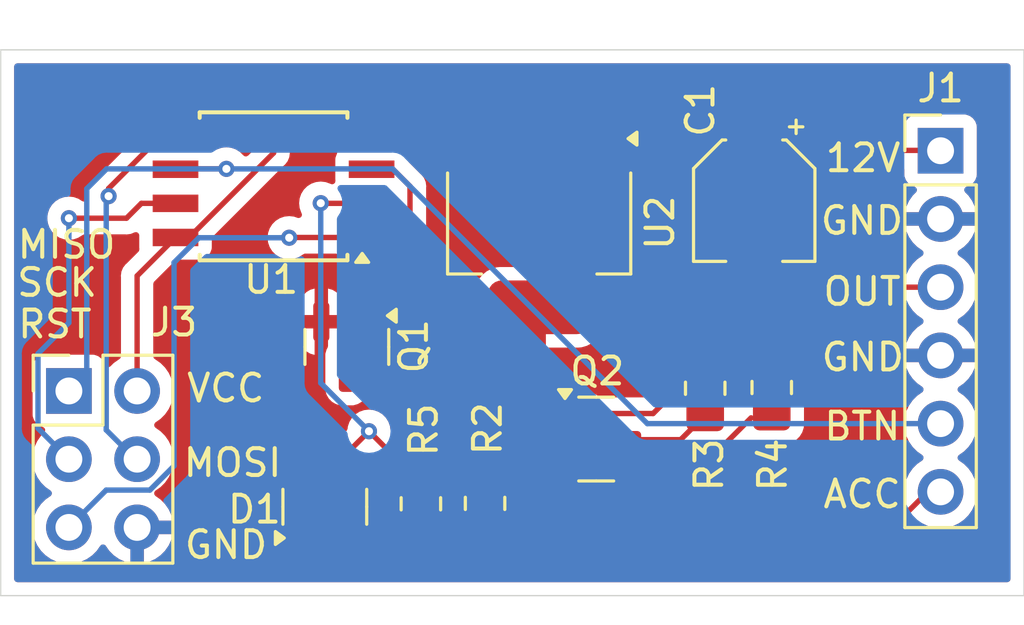
<source format=kicad_pcb>
(kicad_pcb (version 20221018) (generator pcbnew)
  (layers (0 "F.Cu" signal) (31 "B.Cu" signal) (34 "B.Paste" user) (35 "F.Paste" user) (36 "B.SilkS" user "B.Silkscreen") (37 "F.SilkS" user "F.Silkscreen") (38 "B.Mask" user) (39 "F.Mask" user) (44 "Edge.Cuts" user))
  (net 0 "")
  (net 1 "Net-(D1-K)")
  (net 3 "GND")
  (net 4 "Net-(Q1-C)")
  (net 5 "Net-(Q2-S)")
  (net 6 "+12V")
  (net 7 "ACC OUT")
  (net 8 "BTN")
  (net 9 "ACC IN")
  (net 10 "Net-(J3-Pin_3)")
  (net 11 "Net-(J3-Pin_4)")
  (net 12 "Net-(J3-Pin_5)")
  (net 13 "Net-(Q1-B)")
  (net 14 "3V3")
  (footprint "Resistor_SMD:R_0805_2012Metric_Pad1.20x1.40mm_HandSolder" (layer "F.Cu") (at 140.531715 83.71938 90)
    (fp_text reference "R3" (at -2.853358 0.142424 90) (layer "F.SilkS"))
    (fp_text value "20k")
    (fp_line (start -0.227064 -0.735) (end 0.227064 -0.735) (stroke (width 0.12)) (layer "F.SilkS"))
    (fp_line (start -0.227064 0.735) (end 0.227064 0.735) (stroke (width 0.12)) (layer "F.SilkS"))
    (pad "1" smd roundrect (at -1 0 90) (size 1.2 1.4) (layers "F.Cu" "F.Paste" "F.Mask") (roundrect_rratio 0.2083333333) (net 6 "+12V"))
    (pad "2" smd roundrect (at 1 0 90) (size 1.2 1.4) (layers "F.Cu" "F.Paste" "F.Mask") (roundrect_rratio 0.2083333333) (net 4 "Net-(Q1-C)"))
  )
  (footprint "Resistor_SMD:R_0805_2012Metric_Pad1.20x1.40mm_HandSolder" (layer "F.Cu") (at 143.008383 83.690738 90)
    (fp_text reference "R4" (at -2.882405 0.034034 90) (layer "F.SilkS"))
    (fp_text value "10")
    (fp_line (start -0.227064 -0.735) (end 0.227064 -0.735) (stroke (width 0.12)) (layer "F.SilkS"))
    (fp_line (start -0.227064 0.735) (end 0.227064 0.735) (stroke (width 0.12)) (layer "F.SilkS"))
    (pad "1" smd roundrect (at -1 0 90) (size 1.2 1.4) (layers "F.Cu" "F.Paste" "F.Mask") (roundrect_rratio 0.2083333333) (net 5 "Net-(Q2-S)"))
    (pad "2" smd roundrect (at 1 0 90) (size 1.2 1.4) (layers "F.Cu" "F.Paste" "F.Mask") (roundrect_rratio 0.2083333333) (net 7 "ACC OUT"))
  )
  (footprint "Package_SO:SOIC-8W_5.3x5.3mm_P1.27mm" (layer "F.Cu") (at 124.46 76.2 180)
    (fp_text reference "U1" (at 0.090458 -3.47474) (layer "F.SilkS"))
    (fp_text value "ATtiny85-20S")
    (fp_line (start -2.75 -2.755) (end -2.75 -2.55) (stroke (width 0.15)) (layer "F.SilkS"))
    (fp_line (start -2.75 -2.755) (end 2.75 -2.755) (stroke (width 0.15)) (layer "F.SilkS"))
    (fp_line (start -2.75 2.755) (end -2.75 2.55) (stroke (width 0.15)) (layer "F.SilkS"))
    (fp_line (start -2.75 2.755) (end 2.75 2.755) (stroke (width 0.15)) (layer "F.SilkS"))
    (fp_line (start 2.75 -2.755) (end 2.75 -2.55) (stroke (width 0.15)) (layer "F.SilkS"))
    (fp_line (start 2.75 2.755) (end 2.75 2.55) (stroke (width 0.15)) (layer "F.SilkS"))
    (fp_poly (pts (xy -3.3 -2.5) (xy -3.54 -2.83) (xy -3.06 -2.83) (xy -3.3 -2.5)) (stroke (width 0.12)) (fill solid) (layer "F.SilkS"))
    (pad "1" smd rect (at -3.65 -1.905 180) (size 1.7 0.65) (layers "F.Cu" "F.Paste" "F.Mask") (net 12 "Net-(J3-Pin_5)"))
    (pad "2" smd rect (at -3.65 -0.635 180) (size 1.7 0.65) (layers "F.Cu" "F.Paste" "F.Mask") (net 1 "Net-(D1-K)"))
    (pad "3" smd rect (at -3.65 0.635 180) (size 1.7 0.65) (layers "F.Cu" "F.Paste" "F.Mask") (net 13 "Net-(Q1-B)"))
    (pad "4" smd rect (at -3.65 1.905 180) (size 1.7 0.65) (layers "F.Cu" "F.Paste" "F.Mask") (net 3 "GND"))
    (pad "5" smd rect (at 3.65 1.905 180) (size 1.7 0.65) (layers "F.Cu" "F.Paste" "F.Mask") (net 11 "Net-(J3-Pin_4)"))
    (pad "6" smd rect (at 3.65 0.635 180) (size 1.7 0.65) (layers "F.Cu" "F.Paste" "F.Mask") (net 8 "BTN"))
    (pad "7" smd rect (at 3.65 -0.635 180) (size 1.7 0.65) (layers "F.Cu" "F.Paste" "F.Mask") (net 10 "Net-(J3-Pin_3)"))
    (pad "8" smd rect (at 3.65 -1.905 180) (size 1.7 0.65) (layers "F.Cu" "F.Paste" "F.Mask") (net 14 "3V3"))
  )
  (footprint "Connector_PinHeader_2.54mm:PinHeader_1x06_P2.54mm_Vertical" (layer "F.Cu") (at 149.294416 74.876039)
    (fp_text reference "J1" (at 0 -2.33) (layer "F.SilkS"))
    (fp_text value "Conn_01x07_Pin" hide)
    (fp_line (start -1.33 -1.33) (end 0 -1.33) (stroke (width 0.12)) (layer "F.SilkS"))
    (fp_line (start -1.33 0) (end -1.33 -1.33) (stroke (width 0.12)) (layer "F.SilkS"))
    (fp_line (start -1.33 1.27) (end -1.33 14.03) (stroke (width 0.12)) (layer "F.SilkS"))
    (fp_line (start -1.33 1.27) (end 1.33 1.27) (stroke (width 0.12)) (layer "F.SilkS"))
    (fp_line (start -1.33 14.03) (end 1.33 14.03) (stroke (width 0.12)) (layer "F.SilkS"))
    (fp_line (start 1.33 1.27) (end 1.33 14.03) (stroke (width 0.12)) (layer "F.SilkS"))
    (pad "1" thru_hole rect (at 0 0) (size 1.7 1.7) (drill 1) (layers "*.Cu" "*.Mask") (net 6 "+12V"))
    (pad "2" thru_hole oval (at 0 2.54) (size 1.7 1.7) (drill 1) (layers "*.Cu" "*.Mask") (net 3 "GND"))
    (pad "3" thru_hole oval (at 0 5.08) (size 1.7 1.7) (drill 1) (layers "*.Cu" "*.Mask") (net 7 "ACC OUT"))
    (pad "4" thru_hole oval (at 0 7.62) (size 1.7 1.7) (drill 1) (layers "*.Cu" "*.Mask") (net 3 "GND"))
    (pad "5" thru_hole oval (at 0 10.16) (size 1.7 1.7) (drill 1) (layers "*.Cu" "*.Mask") (net 8 "BTN"))
    (pad "6" thru_hole oval (at 0 12.7) (size 1.7 1.7) (drill 1) (layers "*.Cu" "*.Mask") (net 9 "ACC IN"))
  )
  (footprint "Connector_PinHeader_2.54mm:PinHeader_2x03_P2.54mm_Vertical" (layer "F.Cu") (at 116.84 83.82)
    (fp_text reference "J3" (at 3.914726 -2.55613) (layer "F.SilkS"))
    (fp_text value "Conn_02x03_Odd_Even" hide)
    (fp_line (start -1.33 -1.33) (end 0 -1.33) (stroke (width 0.12)) (layer "F.SilkS"))
    (fp_line (start -1.33 0) (end -1.33 -1.33) (stroke (width 0.12)) (layer "F.SilkS"))
    (fp_line (start -1.33 1.27) (end -1.33 6.41) (stroke (width 0.12)) (layer "F.SilkS"))
    (fp_line (start -1.33 1.27) (end 1.27 1.27) (stroke (width 0.12)) (layer "F.SilkS"))
    (fp_line (start -1.33 6.41) (end 3.87 6.41) (stroke (width 0.12)) (layer "F.SilkS"))
    (fp_line (start 1.27 -1.33) (end 3.87 -1.33) (stroke (width 0.12)) (layer "F.SilkS"))
    (fp_line (start 1.27 1.27) (end 1.27 -1.33) (stroke (width 0.12)) (layer "F.SilkS"))
    (fp_line (start 3.87 -1.33) (end 3.87 6.41) (stroke (width 0.12)) (layer "F.SilkS"))
    (pad "1" thru_hole rect (at 0 0) (size 1.7 1.7) (drill 1) (layers "*.Cu" "*.Mask") (net 8 "BTN"))
    (pad "2" thru_hole oval (at 2.54 0) (size 1.7 1.7) (drill 1) (layers "*.Cu" "*.Mask") (net 14 "3V3"))
    (pad "3" thru_hole oval (at 0 2.54) (size 1.7 1.7) (drill 1) (layers "*.Cu" "*.Mask") (net 10 "Net-(J3-Pin_3)"))
    (pad "4" thru_hole oval (at 2.54 2.54) (size 1.7 1.7) (drill 1) (layers "*.Cu" "*.Mask") (net 11 "Net-(J3-Pin_4)"))
    (pad "5" thru_hole oval (at 0 5.08) (size 1.7 1.7) (drill 1) (layers "*.Cu" "*.Mask") (net 12 "Net-(J3-Pin_5)"))
    (pad "6" thru_hole oval (at 2.54 5.08) (size 1.7 1.7) (drill 1) (layers "*.Cu" "*.Mask") (net 3 "GND"))
  )
  (footprint "Capacitor_SMD:CP_Elec_4x5.8" (layer "F.Cu") (at 142.356231 76.735137 -90)
    (fp_text reference "C1" (at -3.36346 2.008782 90) (layer "F.SilkS"))
    (fp_text value "4.7uF")
    (fp_line (start -3 -1.56) (end -2.5 -1.56) (stroke (width 0.12)) (layer "F.SilkS"))
    (fp_line (start -2.75 -1.81) (end -2.75 -1.31) (stroke (width 0.12)) (layer "F.SilkS"))
    (fp_line (start -2.26 -1.195563) (end -2.26 -1.06) (stroke (width 0.12)) (layer "F.SilkS"))
    (fp_line (start -2.26 -1.195563) (end -1.195563 -2.26) (stroke (width 0.12)) (layer "F.SilkS"))
    (fp_line (start -2.26 1.195563) (end -2.26 1.06) (stroke (width 0.12)) (layer "F.SilkS"))
    (fp_line (start -2.26 1.195563) (end -1.195563 2.26) (stroke (width 0.12)) (layer "F.SilkS"))
    (fp_line (start -1.195563 -2.26) (end 2.26 -2.26) (stroke (width 0.12)) (layer "F.SilkS"))
    (fp_line (start -1.195563 2.26) (end 2.26 2.26) (stroke (width 0.12)) (layer "F.SilkS"))
    (fp_line (start 2.26 -2.26) (end 2.26 -1.06) (stroke (width 0.12)) (layer "F.SilkS"))
    (fp_line (start 2.26 2.26) (end 2.26 1.06) (stroke (width 0.12)) (layer "F.SilkS"))
    (pad "1" smd roundrect (at -1.8 0 270) (size 2.6 1.6) (layers "F.Cu" "F.Paste" "F.Mask") (roundrect_rratio 0.15625) (net 6 "+12V"))
    (pad "2" smd roundrect (at 1.8 0 270) (size 2.6 1.6) (layers "F.Cu" "F.Paste" "F.Mask") (roundrect_rratio 0.15625) (net 3 "GND"))
  )
  (footprint "Package_TO_SOT_SMD:SOT-223-3_TabPin2" (layer "F.Cu") (at 134.349 77.5552 -90)
    (fp_text reference "U2" (at 0 -4.5 90) (layer "F.SilkS"))
    (fp_text value "MCP1703Ax-330xxDB")
    (fp_line (start -1.85 -3.41) (end 1.91 -3.41) (stroke (width 0.12)) (layer "F.SilkS"))
    (fp_line (start -1.85 3.41) (end 1.91 3.41) (stroke (width 0.12)) (layer "F.SilkS"))
    (fp_line (start 1.91 -3.41) (end 1.91 -2.15) (stroke (width 0.12)) (layer "F.SilkS"))
    (fp_line (start 1.91 3.41) (end 1.91 2.15) (stroke (width 0.12)) (layer "F.SilkS"))
    (fp_poly (pts (xy -3.13 -3.31) (xy -3.37 -3.64) (xy -2.89 -3.64) (xy -3.13 -3.31)) (stroke (width 0.12)) (fill solid) (layer "F.SilkS"))
    (pad "1" smd roundrect (at -3.15 -2.3 270) (size 2 1.5) (layers "F.Cu" "F.Paste" "F.Mask") (net 6 "+12V"))
    (pad "2" smd roundrect (at -3.15 0 270) (size 2 1.5) (layers "F.Cu" "F.Paste" "F.Mask") (net 3 "GND"))
    (pad "2" smd roundrect (at 3.15 0 270) (size 2 3.8) (layers "F.Cu" "F.Paste" "F.Mask") (net 3 "GND"))
    (pad "3" smd roundrect (at -3.15 2.3 270) (size 2 1.5) (layers "F.Cu" "F.Paste" "F.Mask") (net 14 "3V3"))
  )
  (footprint "Package_TO_SOT_SMD:SOT-23" (layer "F.Cu") (at 126.368477 88.131768 90)
    (fp_text reference "D1" (at -0.096847 -2.622358 180) (layer "F.SilkS"))
    (fp_text value "BZX84C3V3")
    (fp_line (start 0 -1.56) (end -0.65 -1.56) (stroke (width 0.12)) (layer "F.SilkS"))
    (fp_line (start 0 -1.56) (end 0.65 -1.56) (stroke (width 0.12)) (layer "F.SilkS"))
    (fp_line (start 0 1.56) (end -0.65 1.56) (stroke (width 0.12)) (layer "F.SilkS"))
    (fp_line (start 0 1.56) (end 0.65 1.56) (stroke (width 0.12)) (layer "F.SilkS"))
    (fp_poly (pts (xy -1.1625 -1.51) (xy -1.4025 -1.84) (xy -0.9225 -1.84) (xy -1.1625 -1.51)) (stroke (width 0.12)) (fill solid) (layer "F.SilkS"))
    (pad "1" smd roundrect (at -0.9375 -0.95 90) (size 1.475 0.6) (layers "F.Cu" "F.Paste" "F.Mask") (net 3 "GND"))
    (pad "2" smd roundrect (at -0.9375 0.95 90) (size 1.475 0.6) (layers "F.Cu" "F.Paste" "F.Mask"))
    (pad "3" smd roundrect (at 0.9375 0 90) (size 1.475 0.6) (layers "F.Cu" "F.Paste" "F.Mask") (net 1 "Net-(D1-K)"))
  )
  (footprint "Package_TO_SOT_SMD:SOT-23" (layer "F.Cu") (at 136.472981 85.609946)
    (fp_text reference "Q2" (at 0.038461 -2.527295) (layer "F.SilkS"))
    (fp_text value "BSS83P")
    (fp_line (start 0 -1.56) (end -0.65 -1.56) (stroke (width 0.12)) (layer "F.SilkS"))
    (fp_line (start 0 -1.56) (end 0.65 -1.56) (stroke (width 0.12)) (layer "F.SilkS"))
    (fp_line (start 0 1.56) (end -0.65 1.56) (stroke (width 0.12)) (layer "F.SilkS"))
    (fp_line (start 0 1.56) (end 0.65 1.56) (stroke (width 0.12)) (layer "F.SilkS"))
    (fp_poly (pts (xy -1.1625 -1.51) (xy -1.4025 -1.84) (xy -0.9225 -1.84) (xy -1.1625 -1.51)) (stroke (width 0.12)) (fill solid) (layer "F.SilkS"))
    (pad "1" smd roundrect (at -0.9375 -0.95) (size 1.475 0.6) (layers "F.Cu" "F.Paste" "F.Mask") (net 4 "Net-(Q1-C)"))
    (pad "2" smd roundrect (at -0.9375 0.95) (size 1.475 0.6) (layers "F.Cu" "F.Paste" "F.Mask") (net 5 "Net-(Q2-S)"))
    (pad "3" smd roundrect (at 0.9375 0) (size 1.475 0.6) (layers "F.Cu" "F.Paste" "F.Mask") (net 6 "+12V"))
  )
  (footprint "Resistor_SMD:R_0805_2012Metric_Pad1.20x1.40mm_HandSolder" (layer "F.Cu") (at 132.334995 88.006004 90)
    (fp_text reference "R2" (at 2.781647 0.093628 90) (layer "F.SilkS"))
    (fp_text value "1.5k")
    (fp_line (start -0.227064 -0.735) (end 0.227064 -0.735) (stroke (width 0.12)) (layer "F.SilkS"))
    (fp_line (start -0.227064 0.735) (end 0.227064 0.735) (stroke (width 0.12)) (layer "F.SilkS"))
    (pad "1" smd roundrect (at -1 0 90) (size 1.2 1.4) (layers "F.Cu" "F.Paste" "F.Mask") (roundrect_rratio 0.2083333333) (net 9 "ACC IN"))
    (pad "2" smd roundrect (at 1 0 90) (size 1.2 1.4) (layers "F.Cu" "F.Paste" "F.Mask") (roundrect_rratio 0.2083333333) (net 1 "Net-(D1-K)"))
  )
  (footprint "Resistor_SMD:R_0805_2012Metric_Pad1.20x1.40mm_HandSolder" (layer "F.Cu") (at 129.945492 88.020486 -90)
    (fp_text reference "R5" (at -2.752303 -0.101372 90) (layer "F.SilkS"))
    (fp_text value "20k")
    (fp_line (start -0.227064 -0.735) (end 0.227064 -0.735) (stroke (width 0.12)) (layer "F.SilkS"))
    (fp_line (start -0.227064 0.735) (end 0.227064 0.735) (stroke (width 0.12)) (layer "F.SilkS"))
    (pad "1" smd roundrect (at -1 0 270) (size 1.2 1.4) (layers "F.Cu" "F.Paste" "F.Mask") (roundrect_rratio 0.2083333333) (net 1 "Net-(D1-K)"))
    (pad "2" smd roundrect (at 1 0 270) (size 1.2 1.4) (layers "F.Cu" "F.Paste" "F.Mask") (roundrect_rratio 0.2083333333) (net 3 "GND"))
  )
  (footprint "Package_TO_SOT_SMD:SOT-23" (layer "F.Cu") (at 127.18814 82.179732 -90)
    (fp_text reference "Q1" (at -0.024956 -2.490409 90) (layer "F.SilkS"))
    (fp_text value "BRC108")
    (fp_line (start 0 -1.56) (end -0.65 -1.56) (stroke (width 0.12)) (layer "F.SilkS"))
    (fp_line (start 0 -1.56) (end 0.65 -1.56) (stroke (width 0.12)) (layer "F.SilkS"))
    (fp_line (start 0 1.56) (end -0.65 1.56) (stroke (width 0.12)) (layer "F.SilkS"))
    (fp_line (start 0 1.56) (end 0.65 1.56) (stroke (width 0.12)) (layer "F.SilkS"))
    (fp_poly (pts (xy -1.1625 -1.51) (xy -1.4025 -1.84) (xy -0.9225 -1.84) (xy -1.1625 -1.51)) (stroke (width 0.12)) (fill solid) (layer "F.SilkS"))
    (pad "1" smd roundrect (at -0.9375 -0.95 270) (size 1.475 0.6) (layers "F.Cu" "F.Paste" "F.Mask") (net 13 "Net-(Q1-B)"))
    (pad "2" smd roundrect (at -0.9375 0.95 270) (size 1.475 0.6) (layers "F.Cu" "F.Paste" "F.Mask") (net 3 "GND"))
    (pad "3" smd roundrect (at 0.9375 0 270) (size 1.475 0.6) (layers "F.Cu" "F.Paste" "F.Mask") (net 4 "Net-(Q1-C)"))
  )
  (gr_rect (start 114.3 71.12) (end 152.4 91.44) (stroke (width 0.05)) (fill none) (layer "Edge.Cuts"))
  (gr_text "VCC" (at 121.151202 84.301026) (layer "F.SilkS") (effects (font (size 1 1)) (justify left bottom)))
  (gr_text "ACC" (at 144.844865 88.245655) (layer "F.SilkS") (effects (font (size 1 1)) (justify left bottom)))
  (gr_text "12V" (at 144.928966 75.730182) (layer "F.SilkS") (effects (font (size 1 1)) (justify left bottom)))
  (gr_text "RST" (at 114.862511 81.918273) (layer "F.SilkS") (effects (font (size 1 1)) (justify left bottom)))
  (gr_text "MISO" (at 114.843867 78.953818) (layer "F.SilkS") (effects (font (size 1 1)) (justify left bottom)))
  (gr_text "BTN" (at 144.877867 85.721018) (layer "F.SilkS") (effects (font (size 1 1)) (justify left bottom)))
  (gr_text "GND" (at 144.745859 78.064601) (layer "F.SilkS") (effects (font (size 1 1)) (justify left bottom)))
  (gr_text "OUT" (at 144.844865 80.704745) (layer "F.SilkS") (effects (font (size 1 1)) (justify left bottom)))
  (gr_text "GND" (at 121.068124 90.134081) (layer "F.SilkS") (effects (font (size 1 1)) (justify left bottom)))
  (gr_text "SCK" (at 114.825223 80.37079) (layer "F.SilkS") (effects (font (size 1 1)) (justify left bottom)))
  (gr_text "MOSI" (at 121.024678 87.078413) (layer "F.SilkS") (effects (font (size 1 1)) (justify left bottom)))
  (gr_text "GND" (at 144.778861 83.146878) (layer "F.SilkS") (effects (font (size 1 1)) (justify left bottom)))
  (segment (start 129.945492 87.020486) (end 129.959974 87.006004) (width 0.2) (layer "F.Cu") (net 1))
  (segment (start 128.012166 85.31887) (end 129.713782 87.020486) (width 0.2) (layer "F.Cu") (net 1))
  (segment (start 128.11 76.835) (end 126.223577 76.835) (width 0.2) (layer "F.Cu") (net 1))
  (segment (start 129.959974 87.006004) (end 132.334995 87.006004) (width 0.2) (layer "F.Cu") (net 1))
  (segment (start 129.713782 87.020486) (end 129.945492 87.020486) (width 0.2) (layer "F.Cu") (net 1))
  (segment (start 126.223577 76.835) (end 126.216936 76.828359) (width 0.2) (layer "F.Cu") (net 1))
  (segment (start 128.012166 85.31887) (end 126.362799 86.968237) (width 0.2) (layer "F.Cu") (net 1))
  (via (at 128.012166 85.31887) (size 0.6) (drill 0.3) (layers "F.Cu" "B.Cu") (net 1))
  (via (at 126.216936 76.828359) (size 0.6) (drill 0.3) (layers "F.Cu" "B.Cu") (net 1))
  (segment (start 128.012166 85.31887) (end 126.216936 83.52364) (width 0.2) (layer "B.Cu") (net 1))
  (segment (start 126.216936 83.52364) (end 126.216936 76.828359) (width 0.2) (layer "B.Cu") (net 1))
  (segment (start 127.338678 83.26777) (end 129.768657 83.26777) (width 0.2) (layer "F.Cu") (net 4))
  (segment (start 131.160833 84.659946) (end 138.591149 84.659946) (width 0.2) (layer "F.Cu") (net 4))
  (segment (start 138.591149 84.659946) (end 140.531715 82.71938) (width 0.2) (layer "F.Cu") (net 4))
  (segment (start 127.18814 83.117232) (end 127.338678 83.26777) (width 0.2) (layer "F.Cu") (net 4))
  (segment (start 129.768657 83.26777) (end 131.160833 84.659946) (width 0.2) (layer "F.Cu") (net 4))
  (segment (start 140.477994 86.582006) (end 135.557541 86.582006) (width 0.2) (layer "F.Cu") (net 5))
  (segment (start 142.24 84.82) (end 140.477994 86.582006) (width 0.2) (layer "F.Cu") (net 5))
  (segment (start 135.557541 86.582006) (end 135.535481 86.559946) (width 0.2) (layer "F.Cu") (net 5))
  (segment (start 137.410481 85.609946) (end 137.432541 85.632006) (width 0.2) (layer "F.Cu") (net 6))
  (segment (start 141.617853 81.473942) (end 139.35937 79.215459) (width 0.2) (layer "F.Cu") (net 6))
  (segment (start 149.280665 74.862288) (end 149.294416 74.876039) (width 0.2) (layer "F.Cu") (net 6))
  (segment (start 139.619089 85.632006) (end 140.531715 84.71938) (width 0.2) (layer "F.Cu") (net 6))
  (segment (start 141.952088 74.862288) (end 149.280665 74.862288) (width 0.2) (layer "F.Cu") (net 6))
  (segment (start 139.35937 79.215459) (end 139.35937 74.74583) (width 0.2) (layer "F.Cu") (net 6))
  (segment (start 139.35937 74.74583) (end 139.7 74.4052) (width 0.2) (layer "F.Cu") (net 6))
  (segment (start 139.7 74.4052) (end 141.495 74.4052) (width 0.2) (layer "F.Cu") (net 6))
  (segment (start 136.649 74.4052) (end 139.7 74.4052) (width 0.2) (layer "F.Cu") (net 6))
  (segment (start 140.531715 84.71938) (end 141.617853 83.633242) (width 0.2) (layer "F.Cu") (net 6))
  (segment (start 141.617853 83.633242) (end 141.617853 81.473942) (width 0.2) (layer "F.Cu") (net 6))
  (segment (start 141.495 74.4052) (end 141.952088 74.862288) (width 0.2) (layer "F.Cu") (net 6))
  (segment (start 137.432541 85.632006) (end 139.619089 85.632006) (width 0.2) (layer "F.Cu") (net 6))
  (segment (start 147.58168 79.956039) (end 144.846981 82.690738) (width 0.2) (layer "F.Cu") (net 7))
  (segment (start 144.846981 82.690738) (end 143.008383 82.690738) (width 0.2) (layer "F.Cu") (net 7))
  (segment (start 149.294416 79.956039) (end 147.58168 79.956039) (width 0.2) (layer "F.Cu") (net 7))
  (segment (start 120.82413 75.55087) (end 120.81 75.565) (width 0.2) (layer "F.Cu") (net 8))
  (segment (start 122.704572 75.55087) (end 120.82413 75.55087) (width 0.2) (layer "F.Cu") (net 8))
  (via (at 122.704572 75.55087) (size 0.6) (drill 0.3) (layers "F.Cu" "B.Cu") (net 8))
  (segment (start 122.704572 75.55087) (end 128.89087 75.55087) (width 0.2) (layer "B.Cu") (net 8))
  (segment (start 138.376039 85.036039) (end 149.294416 85.036039) (width 0.2) (layer "B.Cu") (net 8))
  (segment (start 117.505248 83.154752) (end 116.84 83.82) (width 0.2) (layer "B.Cu") (net 8))
  (segment (start 118.244164 75.55087) (end 117.505248 76.289786) (width 0.2) (layer "B.Cu") (net 8))
  (segment (start 117.505248 76.289786) (end 117.505248 83.154752) (width 0.2) (layer "B.Cu") (net 8))
  (segment (start 122.704572 75.55087) (end 118.244164 75.55087) (width 0.2) (layer "B.Cu") (net 8))
  (segment (start 128.89087 75.55087) (end 138.376039 85.036039) (width 0.2) (layer "B.Cu") (net 8))
  (segment (start 148.815922 87.576039) (end 149.294416 87.576039) (width 0.2) (layer "F.Cu") (net 9))
  (segment (start 132.334995 89.006004) (end 147.385957 89.006004) (width 0.2) (layer "F.Cu") (net 9))
  (segment (start 147.385957 89.006004) (end 148.815922 87.576039) (width 0.2) (layer "F.Cu") (net 9))
  (segment (start 118.985112 77.38769) (end 119.537802 76.835) (width 0.2) (layer "F.Cu") (net 10))
  (segment (start 116.84 77.38769) (end 118.985112 77.38769) (width 0.2) (layer "F.Cu") (net 10))
  (segment (start 119.537802 76.835) (end 120.81 76.835) (width 0.2) (layer "F.Cu") (net 10))
  (via (at 116.84 77.38769) (size 0.6) (drill 0.3) (layers "F.Cu" "B.Cu") (net 10))
  (segment (start 116.84 77.38769) (end 116.84 81.28) (width 0.2) (layer "B.Cu") (net 10))
  (segment (start 115.69 82.43) (end 115.69 85.21) (width 0.2) (layer "B.Cu") (net 10))
  (segment (start 116.84 81.28) (end 115.69 82.43) (width 0.2) (layer "B.Cu") (net 10))
  (segment (start 115.69 85.21) (end 116.84 86.36) (width 0.2) (layer "B.Cu") (net 10))
  (segment (start 118.318316 76.281684) (end 120.305 74.295) (width 0.2) (layer "F.Cu") (net 11))
  (segment (start 120.305 74.295) (end 120.81 74.295) (width 0.2) (layer "F.Cu") (net 11))
  (segment (start 118.318316 76.56634) (end 118.318316 76.281684) (width 0.2) (layer "F.Cu") (net 11))
  (via (at 118.318316 76.56634) (size 0.6) (drill 0.3) (layers "F.Cu" "B.Cu") (net 11))
  (segment (start 118.23 76.654656) (end 118.23 85.271854) (width 0.2) (layer "B.Cu") (net 11))
  (segment (start 118.23 85.271854) (end 119.318146 86.36) (width 0.2) (layer "B.Cu") (net 11))
  (segment (start 118.318316 76.56634) (end 118.23 76.654656) (width 0.2) (layer "B.Cu") (net 11))
  (segment (start 119.318146 86.36) (end 119.38 86.36) (width 0.2) (layer "B.Cu") (net 11))
  (segment (start 125.052161 78.105) (end 128.11 78.105) (width 0.2) (layer "F.Cu") (net 12))
  (segment (start 125.04234 78.114821) (end 125.052161 78.105) (width 0.2) (layer "F.Cu") (net 12))
  (via (at 125.04234 78.114821) (size 0.6) (drill 0.3) (layers "F.Cu" "B.Cu") (net 12))
  (segment (start 121.68 78.114821) (end 120.754973 79.039848) (width 0.2) (layer "B.Cu") (net 12))
  (segment (start 119.856346 87.51) (end 118.23 87.51) (width 0.2) (layer "B.Cu") (net 12))
  (segment (start 120.754973 86.611373) (end 119.856346 87.51) (width 0.2) (layer "B.Cu") (net 12))
  (segment (start 120.754973 79.039848) (end 120.754973 86.611373) (width 0.2) (layer "B.Cu") (net 12))
  (segment (start 118.23 87.51) (end 116.84 88.9) (width 0.2) (layer "B.Cu") (net 12))
  (segment (start 125.04234 78.114821) (end 121.68 78.114821) (width 0.2) (layer "B.Cu") (net 12))
  (segment (start 129.54 79.840372) (end 129.54 76.2) (width 0.2) (layer "F.Cu") (net 13))
  (segment (start 129.54 76.2) (end 128.905 75.565) (width 0.2) (layer "F.Cu") (net 13))
  (segment (start 128.905 75.565) (end 128.11 75.565) (width 0.2) (layer "F.Cu") (net 13))
  (segment (start 128.13814 81.242232) (end 129.54 79.840372) (width 0.2) (layer "F.Cu") (net 13))
  (segment (start 124.46 73.66) (end 124.46 74.96) (width 0.2) (layer "F.Cu") (net 14))
  (segment (start 132.049 74.4052) (end 130.225893 72.582093) (width 0.2) (layer "F.Cu") (net 14))
  (segment (start 130.225893 72.582093) (end 125.537907 72.582093) (width 0.2) (layer "F.Cu") (net 14))
  (segment (start 120.81 78.105) (end 119.38 79.535) (width 0.2) (layer "F.Cu") (net 14))
  (segment (start 119.38 79.535) (end 119.38 83.82) (width 0.2) (layer "F.Cu") (net 14))
  (segment (start 125.537907 72.582093) (end 124.46 73.66) (width 0.2) (layer "F.Cu") (net 14))
  (segment (start 124.46 74.96) (end 121.315 78.105) (width 0.2) (layer "F.Cu") (net 14))
  (segment (start 121.315 78.105) (end 120.81 78.105) (width 0.2) (layer "F.Cu") (net 14))
  (zone (net 3) (net_name "GND") (layer "F.Cu") (connect_pads (clearance 0.5)) (min_thickness 0.25) (fill yes (thermal_gap 0.5) (thermal_bridge_width 0.5))
    (polygon (pts (xy 114.3 71.12) (xy 152.4 71.12) (xy 152.4 91.44) (xy 114.3 91.44)))
  )
  (zone (net 3) (net_name "GND") (layer "B.Cu") (priority 1) (connect_pads (clearance 0.5)) (min_thickness 0.25) (fill yes (thermal_gap 0.5) (thermal_bridge_width 0.5))
    (polygon (pts (xy 114.3 71.12) (xy 152.4 71.12) (xy 152.4 91.44) (xy 114.3 91.44)))
  )
)
</source>
